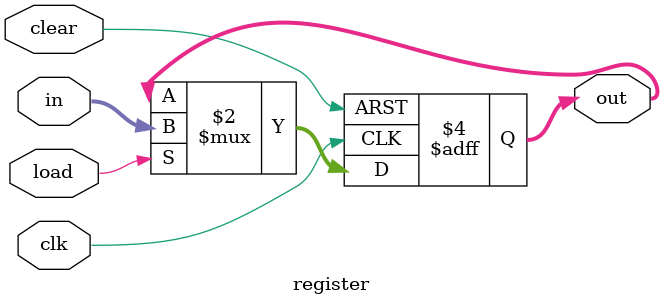
<source format=sv>
module register # (parameter N = 8)
  (input clk,
   input [N-1:0] in,		  // data in
   output logic [N-1:0] out,  // data out
   input load,				  // controls
         clear
   );
	 
  always_ff @ (posedge clk, posedge clear)	begin
   if(clear) begin
		out <= 0;
	end else begin
		if(load) begin
			out <= in;
		end
  end
	
// fill in guts				case({clear,load})
//   clear   load    out
// 	 1       0      0
//     1       1      0
//     0       0     hold
//     0       1      in   

// What would be the impact of leaving posedge clear out of 
//  the sensitivity list? 
  end
		
endmodule


</source>
